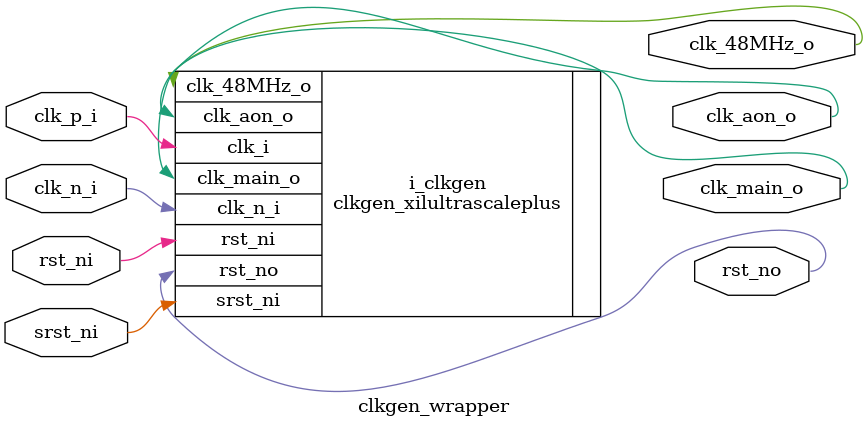
<source format=sv>

module clkgen_wrapper
    #(parameter int ClockFrequencyMhz = 10)
    (input clk_p_i,
     input clk_n_i,
     input rst_ni,
     input srst_ni,
     output clk_main_o,
     output clk_48MHz_o,
     output clk_aon_o,
     output rst_no);

  clkgen_xilultrascaleplus #(.ClockFrequencyMhz(ClockFrequencyMhz))
      i_clkgen(.clk_i(clk_p_i),
               .clk_n_i(clk_n_i),
               .rst_ni(rst_ni),
               .srst_ni(srst_ni),
               .clk_main_o(clk_main_o),
               .clk_48MHz_o(clk_48MHz_o),
               .clk_aon_o(clk_aon_o),
               .rst_no(rst_no));
endmodule
</source>
